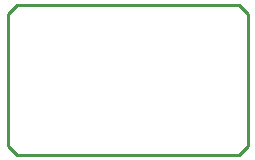
<source format=gko>
G04*
G04 #@! TF.GenerationSoftware,Altium Limited,Altium Designer,19.1.5 (86)*
G04*
G04 Layer_Color=16711935*
%FSLAX25Y25*%
%MOIN*%
G70*
G01*
G75*
%ADD23C,0.01000*%
D23*
X77000Y50000D02*
X80000Y47000D01*
X3000Y50000D02*
X77000D01*
X0Y47000D02*
X3000Y50000D01*
Y0D02*
X77000D01*
X80000Y3000D01*
Y47000D01*
X0Y3000D02*
Y47000D01*
Y3000D02*
X3000Y0D01*
M02*

</source>
